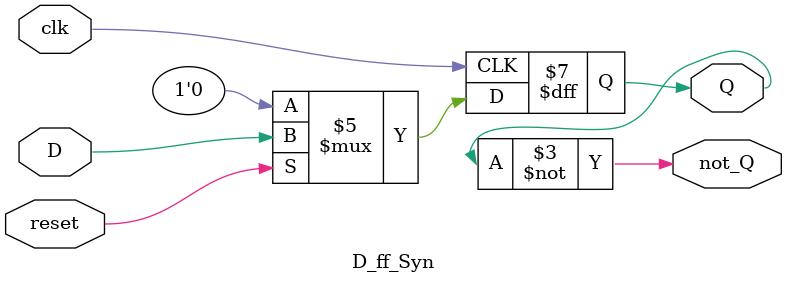
<source format=v>
module D_ff_Syn(
		input D , 
		input clk ,
		input reset ,
		output reg Q ,
		output not_Q
	);


	always @(posedge clk) begin
		if(!reset)
			Q <= 1'b0 ;
		else
			Q <= D ;
	end
	
	assign not_Q = ~Q ;

endmodule

</source>
